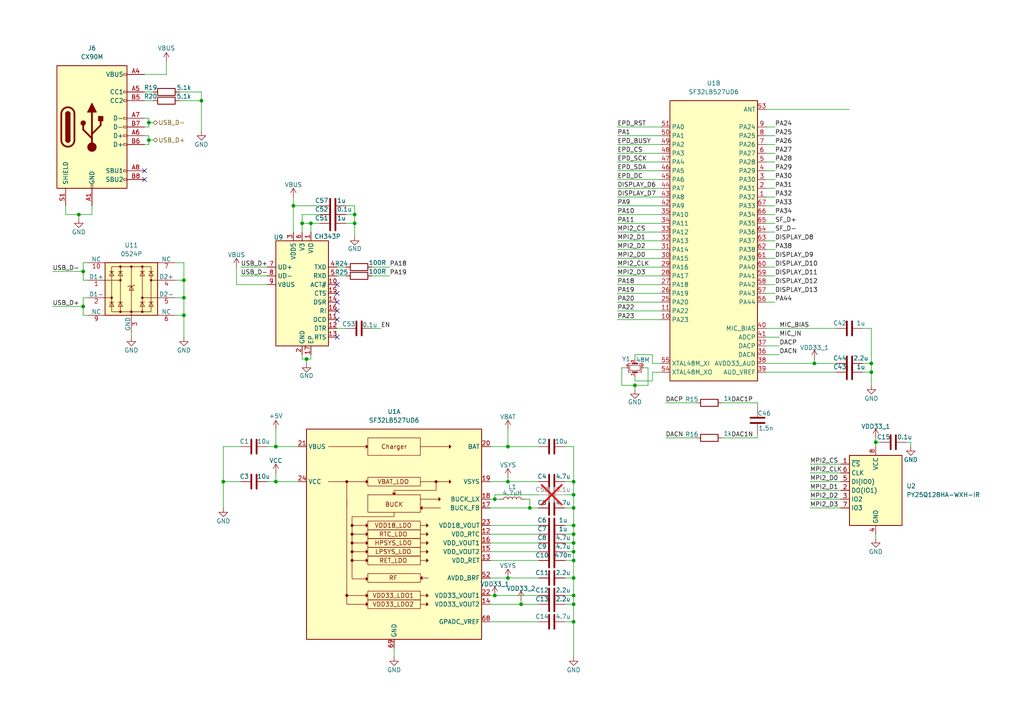
<source format=kicad_sch>
(kicad_sch (version 20250114) (generator "eeschema") (generator_version "9.0")
  (paper "A4")
  (junction (at 153.67 147.32))
  (junction (at 317.5 69.85))
  (junction (at 317.5 64.77))
  (junction (at 80.01 129.54))
  (junction (at 254 128.27))
  (junction (at 102.87 64.77))
  (junction (at 317.5 44.45))
  (junction (at 58.42 29.21))
  (junction (at 336.55 52.07))
  (junction (at 166.37 139.7))
  (junction (at 80.01 139.7))
  (junction (at 87.63 64.77))
  (junction (at 143.51 144.78))
  (junction (at 166.37 172.72))
  (junction (at 166.37 157.48))
  (junction (at 53.34 86.36))
  (junction (at 151.13 175.26))
  (junction (at 166.37 152.4))
  (junction (at 166.37 160.02))
  (junction (at 147.32 139.7))
  (junction (at 166.37 147.32))
  (junction (at 345.44 102.87))
  (junction (at 147.32 129.54))
  (junction (at 317.5 54.61))
  (junction (at 166.37 175.26))
  (junction (at 236.22 105.41))
  (junction (at 53.34 81.28))
  (junction (at 143.51 172.72))
  (junction (at 90.17 64.77))
  (junction (at 166.37 143.51))
  (junction (at 24.13 88.9))
  (junction (at 252.73 105.41))
  (junction (at 88.9 104.14))
  (junction (at 317.5 34.29))
  (junction (at 22.86 62.23))
  (junction (at 317.5 115.57))
  (junction (at 345.44 132.08))
  (junction (at 166.37 154.94))
  (junction (at 336.55 39.37))
  (junction (at 317.5 39.37))
  (junction (at 24.13 78.74))
  (junction (at 43.18 35.56))
  (junction (at 43.18 40.64))
  (junction (at 102.87 62.23))
  (junction (at 345.44 115.57))
  (junction (at 184.15 111.76))
  (junction (at 317.5 74.93))
  (junction (at 53.34 91.44))
  (junction (at 317.5 49.53))
  (junction (at 317.5 26.67))
  (junction (at 252.73 107.95))
  (junction (at 85.09 59.69))
  (junction (at 166.37 162.56))
  (junction (at 317.5 59.69))
  (junction (at 166.37 180.34))
  (junction (at 166.37 167.64))
  (junction (at 64.77 139.7))
  (junction (at 147.32 167.64))
  (no_connect (at 358.14 16.51))
  (no_connect (at 358.14 31.75))
  (no_connect (at 363.22 11.43))
  (no_connect (at 41.91 52.07))
  (no_connect (at 97.79 82.55))
  (no_connect (at 97.79 85.09))
  (no_connect (at 97.79 92.71))
  (no_connect (at 358.14 29.21))
  (no_connect (at 41.91 49.53))
  (no_connect (at 97.79 90.17))
  (no_connect (at 97.79 87.63))
  (no_connect (at 97.79 97.79))
  (wire (pts (xy 184.15 111.76) (xy 180.34 111.76)))
  (wire (pts (xy 347.98 46.99) (xy 358.14 46.99)))
  (wire (pts (xy 163.83 147.32) (xy 166.37 147.32)))
  (wire (pts (xy 24.13 78.74) (xy 24.13 81.28)))
  (wire (pts (xy 142.24 172.72) (xy 143.51 172.72)))
  (wire (pts (xy 187.96 106.68) (xy 187.96 111.76)))
  (wire (pts (xy 234.95 147.32) (xy 243.84 147.32)))
  (wire (pts (xy 163.83 129.54) (xy 166.37 129.54)))
  (wire (pts (xy 222.25 105.41) (xy 236.22 105.41)))
  (wire (pts (xy 347.98 39.37) (xy 358.14 39.37)))
  (wire (pts (xy 189.23 105.41) (xy 191.77 105.41)))
  (wire (pts (xy 64.77 139.7) (xy 69.85 139.7)))
  (wire (pts (xy 142.24 152.4) (xy 156.21 152.4)))
  (wire (pts (xy 58.42 29.21) (xy 58.42 38.1)))
  (wire (pts (xy 179.07 52.07) (xy 191.77 52.07)))
  (wire (pts (xy 68.58 77.47) (xy 68.58 82.55)))
  (wire (pts (xy 143.51 144.78) (xy 144.78 144.78)))
  (wire (pts (xy 358.14 64.77) (xy 332.74 64.77)))
  (wire (pts (xy 222.25 64.77) (xy 224.79 64.77)))
  (wire (pts (xy 345.44 113.03) (xy 345.44 115.57)))
  (wire (pts (xy 345.44 140.97) (xy 345.44 142.24)))
  (wire (pts (xy 80.01 137.16) (xy 80.01 139.7)))
  (wire (pts (xy 166.37 147.32) (xy 166.37 152.4)))
  (wire (pts (xy 179.07 62.23) (xy 191.77 62.23)))
  (wire (pts (xy 358.14 54.61) (xy 336.55 54.61)))
  (wire (pts (xy 24.13 86.36) (xy 25.4 86.36)))
  (wire (pts (xy 166.37 167.64) (xy 166.37 172.72)))
  (wire (pts (xy 151.13 175.26) (xy 156.21 175.26)))
  (wire (pts (xy 19.05 59.69) (xy 19.05 62.23)))
  (wire (pts (xy 224.79 54.61) (xy 222.25 54.61)))
  (wire (pts (xy 50.8 91.44) (xy 53.34 91.44)))
  (wire (pts (xy 87.63 104.14) (xy 88.9 104.14)))
  (wire (pts (xy 236.22 105.41) (xy 242.57 105.41)))
  (wire (pts (xy 358.14 72.39) (xy 328.93 72.39)))
  (wire (pts (xy 147.32 138.43) (xy 147.32 139.7)))
  (wire (pts (xy 48.26 17.78) (xy 48.26 21.59)))
  (wire (pts (xy 328.93 125.73) (xy 337.82 125.73)))
  (wire (pts (xy 222.25 95.25) (xy 242.57 95.25)))
  (wire (pts (xy 147.32 124.46) (xy 147.32 129.54)))
  (wire (pts (xy 317.5 111.76) (xy 317.5 115.57)))
  (wire (pts (xy 355.6 102.87) (xy 360.68 102.87)))
  (wire (pts (xy 87.63 102.87) (xy 87.63 104.14)))
  (wire (pts (xy 317.5 44.45) (xy 317.5 49.53)))
  (wire (pts (xy 102.87 59.69) (xy 102.87 62.23)))
  (wire (pts (xy 142.24 129.54) (xy 147.32 129.54)))
  (wire (pts (xy 317.5 21.59) (xy 317.5 26.67)))
  (wire (pts (xy 22.86 62.23) (xy 22.86 63.5)))
  (wire (pts (xy 166.37 160.02) (xy 166.37 162.56)))
  (wire (pts (xy 369.57 97.79) (xy 369.57 105.41)))
  (wire (pts (xy 330.2 69.85) (xy 330.2 64.77)))
  (wire (pts (xy 41.91 21.59) (xy 48.26 21.59)))
  (wire (pts (xy 142.24 162.56) (xy 156.21 162.56)))
  (wire (pts (xy 335.28 59.69) (xy 335.28 44.45)))
  (wire (pts (xy 345.44 132.08) (xy 345.44 133.35)))
  (wire (pts (xy 327.66 74.93) (xy 358.14 74.93)))
  (wire (pts (xy 19.05 62.23) (xy 22.86 62.23)))
  (wire (pts (xy 317.5 54.61) (xy 320.04 54.61)))
  (wire (pts (xy 163.83 175.26) (xy 166.37 175.26)))
  (wire (pts (xy 87.63 64.77) (xy 87.63 67.31)))
  (wire (pts (xy 347.98 49.53) (xy 358.14 49.53)))
  (wire (pts (xy 179.07 77.47) (xy 191.77 77.47)))
  (wire (pts (xy 179.07 72.39) (xy 191.77 72.39)))
  (wire (pts (xy 264.16 128.27) (xy 264.16 129.54)))
  (wire (pts (xy 15.24 88.9) (xy 24.13 88.9)))
  (wire (pts (xy 163.83 154.94) (xy 166.37 154.94)))
  (wire (pts (xy 184.15 102.87) (xy 189.23 102.87)))
  (wire (pts (xy 163.83 167.64) (xy 166.37 167.64)))
  (wire (pts (xy 317.5 34.29) (xy 317.5 39.37)))
  (wire (pts (xy 179.07 67.31) (xy 191.77 67.31)))
  (wire (pts (xy 163.83 160.02) (xy 166.37 160.02)))
  (wire (pts (xy 58.42 26.67) (xy 58.42 29.21)))
  (wire (pts (xy 334.01 49.53) (xy 327.66 49.53)))
  (wire (pts (xy 345.44 115.57) (xy 345.44 120.65)))
  (wire (pts (xy 38.1 96.52) (xy 38.1 97.79)))
  (wire (pts (xy 88.9 104.14) (xy 90.17 104.14)))
  (wire (pts (xy 142.24 154.94) (xy 156.21 154.94)))
  (wire (pts (xy 100.33 59.69) (xy 102.87 59.69)))
  (wire (pts (xy 179.07 57.15) (xy 191.77 57.15)))
  (wire (pts (xy 332.74 54.61) (xy 327.66 54.61)))
  (wire (pts (xy 262.89 128.27) (xy 264.16 128.27)))
  (wire (pts (xy 224.79 57.15) (xy 222.25 57.15)))
  (wire (pts (xy 43.18 35.56) (xy 44.45 35.56)))
  (wire (pts (xy 87.63 64.77) (xy 90.17 64.77)))
  (wire (pts (xy 224.79 85.09) (xy 222.25 85.09)))
  (wire (pts (xy 224.79 82.55) (xy 222.25 82.55)))
  (wire (pts (xy 317.5 115.57) (xy 322.58 115.57)))
  (wire (pts (xy 22.86 62.23) (xy 26.67 62.23)))
  (wire (pts (xy 184.15 111.76) (xy 184.15 113.03)))
  (wire (pts (xy 184.15 104.14) (xy 184.15 102.87)))
  (wire (pts (xy 179.07 82.55) (xy 191.77 82.55)))
  (wire (pts (xy 222.25 31.75) (xy 246.38 31.75)))
  (wire (pts (xy 358.14 69.85) (xy 330.2 69.85)))
  (wire (pts (xy 77.47 139.7) (xy 80.01 139.7)))
  (wire (pts (xy 86.36 139.7) (xy 80.01 139.7)))
  (wire (pts (xy 250.19 105.41) (xy 252.73 105.41)))
  (wire (pts (xy 345.44 115.57) (xy 347.98 115.57)))
  (wire (pts (xy 53.34 91.44) (xy 53.34 97.79)))
  (wire (pts (xy 250.19 95.25) (xy 252.73 95.25)))
  (wire (pts (xy 142.24 175.26) (xy 151.13 175.26)))
  (wire (pts (xy 328.93 24.13) (xy 328.93 21.59)))
  (wire (pts (xy 50.8 76.2) (xy 53.34 76.2)))
  (wire (pts (xy 234.95 137.16) (xy 243.84 137.16)))
  (wire (pts (xy 52.07 26.67) (xy 58.42 26.67)))
  (wire (pts (xy 317.5 127) (xy 317.5 142.24)))
  (wire (pts (xy 147.32 129.54) (xy 156.21 129.54)))
  (wire (pts (xy 179.07 49.53) (xy 191.77 49.53)))
  (wire (pts (xy 345.44 102.87) (xy 347.98 102.87)))
  (wire (pts (xy 358.14 59.69) (xy 335.28 59.69)))
  (wire (pts (xy 209.55 127) (xy 219.71 127)))
  (wire (pts (xy 69.85 129.54) (xy 64.77 129.54)))
  (wire (pts (xy 166.37 180.34) (xy 166.37 190.5)))
  (wire (pts (xy 143.51 172.72) (xy 156.21 172.72)))
  (wire (pts (xy 166.37 152.4) (xy 166.37 154.94)))
  (wire (pts (xy 184.15 110.49) (xy 184.15 109.22)))
  (wire (pts (xy 179.07 74.93) (xy 191.77 74.93)))
  (wire (pts (xy 347.98 41.91) (xy 358.14 41.91)))
  (wire (pts (xy 163.83 143.51) (xy 166.37 143.51)))
  (wire (pts (xy 254 128.27) (xy 254 129.54)))
  (wire (pts (xy 224.79 80.01) (xy 222.25 80.01)))
  (wire (pts (xy 317.5 64.77) (xy 317.5 69.85)))
  (wire (pts (xy 26.67 62.23) (xy 26.67 59.69)))
  (wire (pts (xy 88.9 104.14) (xy 88.9 105.41)))
  (wire (pts (xy 336.55 33.02) (xy 336.55 39.37)))
  (wire (pts (xy 219.71 125.73) (xy 219.71 127)))
  (wire (pts (xy 193.04 116.84) (xy 201.93 116.84)))
  (wire (pts (xy 317.5 26.67) (xy 320.04 26.67)))
  (wire (pts (xy 180.34 111.76) (xy 180.34 106.68)))
  (wire (pts (xy 224.79 52.07) (xy 222.25 52.07)))
  (wire (pts (xy 113.03 80.01) (xy 107.95 80.01)))
  (wire (pts (xy 189.23 102.87) (xy 189.23 105.41)))
  (wire (pts (xy 179.07 80.01) (xy 191.77 80.01)))
  (wire (pts (xy 222.25 100.33) (xy 226.06 100.33)))
  (wire (pts (xy 250.19 107.95) (xy 252.73 107.95)))
  (wire (pts (xy 43.18 39.37) (xy 43.18 40.64)))
  (wire (pts (xy 43.18 41.91) (xy 41.91 41.91)))
  (wire (pts (xy 317.5 59.69) (xy 317.5 64.77)))
  (wire (pts (xy 53.34 86.36) (xy 53.34 91.44)))
  (wire (pts (xy 224.79 49.53) (xy 222.25 49.53)))
  (wire (pts (xy 347.98 21.59) (xy 358.14 21.59)))
  (wire (pts (xy 25.4 91.44) (xy 24.13 91.44)))
  (wire (pts (xy 222.25 67.31) (xy 224.79 67.31)))
  (wire (pts (xy 156.21 143.51) (xy 143.51 143.51)))
  (wire (pts (xy 43.18 35.56) (xy 43.18 36.83)))
  (wire (pts (xy 179.07 54.61) (xy 191.77 54.61)))
  (wire (pts (xy 317.5 74.93) (xy 320.04 74.93)))
  (wire (pts (xy 347.98 44.45) (xy 358.14 44.45)))
  (wire (pts (xy 43.18 34.29) (xy 43.18 35.56)))
  (wire (pts (xy 358.14 24.13) (xy 328.93 24.13)))
  (wire (pts (xy 234.95 144.78) (xy 243.84 144.78)))
  (wire (pts (xy 179.07 85.09) (xy 191.77 85.09)))
  (wire (pts (xy 142.24 144.78) (xy 143.51 144.78)))
  (wire (pts (xy 347.98 36.83) (xy 358.14 36.83)))
  (wire (pts (xy 222.25 44.45) (xy 224.79 44.45)))
  (wire (pts (xy 355.6 115.57) (xy 360.68 115.57)))
  (wire (pts (xy 317.5 54.61) (xy 317.5 59.69)))
  (wire (pts (xy 85.09 59.69) (xy 85.09 67.31)))
  (wire (pts (xy 24.13 78.74) (xy 24.13 76.2)))
  (wire (pts (xy 113.03 77.47) (xy 107.95 77.47)))
  (wire (pts (xy 327.66 26.67) (xy 358.14 26.67)))
  (wire (pts (xy 147.32 167.64) (xy 142.24 167.64)))
  (wire (pts (xy 41.91 29.21) (xy 44.45 29.21)))
  (wire (pts (xy 25.4 81.28) (xy 24.13 81.28)))
  (wire (pts (xy 336.55 52.07) (xy 336.55 39.37)))
  (wire (pts (xy 222.25 107.95) (xy 242.57 107.95)))
  (wire (pts (xy 317.5 49.53) (xy 320.04 49.53)))
  (wire (pts (xy 179.07 36.83) (xy 191.77 36.83)))
  (wire (pts (xy 107.95 95.25) (xy 110.49 95.25)))
  (wire (pts (xy 327.66 44.45) (xy 335.28 44.45)))
  (wire (pts (xy 179.07 39.37) (xy 191.77 39.37)))
  (wire (pts (xy 166.37 139.7) (xy 166.37 143.51)))
  (wire (pts (xy 328.93 21.59) (xy 327.66 21.59)))
  (wire (pts (xy 41.91 39.37) (xy 43.18 39.37)))
  (wire (pts (xy 317.5 39.37) (xy 320.04 39.37)))
  (wire (pts (xy 317.5 69.85) (xy 320.04 69.85)))
  (wire (pts (xy 347.98 19.05) (xy 358.14 19.05)))
  (wire (pts (xy 69.85 77.47) (xy 77.47 77.47)))
  (wire (pts (xy 151.13 173.99) (xy 151.13 175.26)))
  (wire (pts (xy 147.32 167.64) (xy 156.21 167.64)))
  (wire (pts (xy 222.25 102.87) (xy 226.06 102.87)))
  (wire (pts (xy 90.17 104.14) (xy 90.17 102.87)))
  (wire (pts (xy 68.58 82.55) (xy 77.47 82.55)))
  (wire (pts (xy 50.8 81.28) (xy 53.34 81.28)))
  (wire (pts (xy 317.5 26.67) (xy 317.5 34.29)))
  (wire (pts (xy 328.93 125.73) (xy 328.93 133.35)))
  (wire (pts (xy 236.22 104.14) (xy 236.22 105.41)))
  (wire (pts (xy 153.67 147.32) (xy 156.21 147.32)))
  (wire (pts (xy 187.96 111.76) (xy 184.15 111.76)))
  (wire (pts (xy 189.23 110.49) (xy 184.15 110.49)))
  (wire (pts (xy 180.34 106.68) (xy 181.61 106.68)))
  (wire (pts (xy 24.13 88.9) (xy 24.13 86.36)))
  (wire (pts (xy 358.14 34.29) (xy 317.5 34.29)))
  (wire (pts (xy 345.44 97.79) (xy 347.98 97.79)))
  (wire (pts (xy 43.18 40.64) (xy 43.18 41.91)))
  (wire (pts (xy 143.51 143.51) (xy 143.51 144.78)))
  (wire (pts (xy 186.69 106.68) (xy 187.96 106.68)))
  (wire (pts (xy 224.79 62.23) (xy 222.25 62.23)))
  (wire (pts (xy 209.55 116.84) (xy 219.71 116.84)))
  (wire (pts (xy 345.44 132.08) (xy 346.71 132.08)))
  (wire (pts (xy 153.67 147.32) (xy 142.24 147.32)))
  (wire (pts (xy 100.33 62.23) (xy 102.87 62.23)))
  (wire (pts (xy 320.04 21.59) (xy 317.5 21.59)))
  (wire (pts (xy 50.8 86.36) (xy 53.34 86.36)))
  (wire (pts (xy 328.93 69.85) (xy 327.66 69.85)))
  (wire (pts (xy 41.91 34.29) (xy 43.18 34.29)))
  (wire (pts (xy 355.6 97.79) (xy 369.57 97.79)))
  (wire (pts (xy 43.18 40.64) (xy 44.45 40.64)))
  (wire (pts (xy 153.67 144.78) (xy 153.67 147.32)))
  (wire (pts (xy 224.79 77.47) (xy 222.25 77.47)))
  (wire (pts (xy 86.36 129.54) (xy 80.01 129.54)))
  (wire (pts (xy 193.04 127) (xy 201.93 127)))
  (wire (pts (xy 166.37 129.54) (xy 166.37 139.7)))
  (wire (pts (xy 358.14 62.23) (xy 334.01 62.23)))
  (wire (pts (xy 41.91 26.67) (xy 44.45 26.67)))
  (wire (pts (xy 189.23 107.95) (xy 189.23 110.49)))
  (wire (pts (xy 179.07 92.71) (xy 191.77 92.71)))
  (wire (pts (xy 222.25 87.63) (xy 224.79 87.63)))
  (wire (pts (xy 85.09 57.15) (xy 85.09 59.69)))
  (wire (pts (xy 163.83 162.56) (xy 166.37 162.56)))
  (wire (pts (xy 90.17 64.77) (xy 90.17 67.31)))
  (wire (pts (xy 252.73 107.95) (xy 252.73 111.76)))
  (wire (pts (xy 222.25 72.39) (xy 224.79 72.39)))
  (wire (pts (xy 336.55 39.37) (xy 327.66 39.37)))
  (wire (pts (xy 163.83 157.48) (xy 166.37 157.48)))
  (wire (pts (xy 317.5 69.85) (xy 317.5 74.93)))
  (wire (pts (xy 222.25 97.79) (xy 226.06 97.79)))
  (wire (pts (xy 345.44 130.81) (xy 345.44 132.08)))
  (wire (pts (xy 64.77 129.54) (xy 64.77 139.7)))
  (wire (pts (xy 163.83 172.72) (xy 166.37 172.72)))
  (wire (pts (xy 87.63 62.23) (xy 87.63 64.77)))
  (wire (pts (xy 345.44 105.41) (xy 345.44 102.87)))
  (wire (pts (xy 345.44 102.87) (xy 345.44 97.79)))
  (wire (pts (xy 347.98 57.15) (xy 347.98 80.01)))
  (wire (pts (xy 179.07 59.69) (xy 191.77 59.69)))
  (wire (pts (xy 317.5 49.53) (xy 317.5 54.61)))
  (wire (pts (xy 219.71 118.11) (xy 219.71 116.84)))
  (wire (pts (xy 334.01 62.23) (xy 334.01 49.53)))
  (wire (pts (xy 64.77 139.7) (xy 64.77 147.32)))
  (wire (pts (xy 53.34 81.28) (xy 53.34 86.36)))
  (wire (pts (xy 317.5 64.77) (xy 320.04 64.77)))
  (wire (pts (xy 317.5 74.93) (xy 317.5 80.01)))
  (wire (pts (xy 87.63 62.23) (xy 92.71 62.23)))
  (wire (pts (xy 358.14 57.15) (xy 347.98 57.15)))
  (wire (pts (xy 166.37 172.72) (xy 166.37 175.26)))
  (wire (pts (xy 77.47 129.54) (xy 80.01 129.54)))
  (wire (pts (xy 166.37 143.51) (xy 166.37 147.32)))
  (wire (pts (xy 224.79 74.93) (xy 222.25 74.93)))
  (wire (pts (xy 317.5 44.45) (xy 320.04 44.45)))
  (wire (pts (xy 100.33 77.47) (xy 97.79 77.47)))
  (wire (pts (xy 142.24 139.7) (xy 147.32 139.7)))
  (wire (pts (xy 100.33 80.01) (xy 97.79 80.01)))
  (wire (pts (xy 166.37 157.48) (xy 166.37 160.02)))
  (wire (pts (xy 328.93 72.39) (xy 328.93 69.85)))
  (wire (pts (xy 179.07 44.45) (xy 191.77 44.45)))
  (wire (pts (xy 330.2 64.77) (xy 327.66 64.77)))
  (wire (pts (xy 97.79 95.25) (xy 100.33 95.25)))
  (wire (pts (xy 254 128.27) (xy 255.27 128.27)))
  (wire (pts (xy 166.37 175.26) (xy 166.37 180.34)))
  (wire (pts (xy 142.24 180.34) (xy 156.21 180.34)))
  (wire (pts (xy 317.5 115.57) (xy 317.5 119.38)))
  (wire (pts (xy 336.55 52.07) (xy 358.14 52.07)))
  (wire (pts (xy 252.73 95.25) (xy 252.73 105.41)))
  (wire (pts (xy 147.32 139.7) (xy 156.21 139.7)))
  (wire (pts (xy 254 154.94) (xy 254 156.21)))
  (wire (pts (xy 336.55 54.61) (xy 336.55 52.07)))
  (wire (pts (xy 24.13 91.44) (xy 24.13 88.9)))
  (wire (pts (xy 317.5 39.37) (xy 317.5 44.45)))
  (wire (pts (xy 90.17 64.77) (xy 92.71 64.77)))
  (wire (pts (xy 254 127) (xy 254 128.27)))
  (wire (pts (xy 24.13 76.2) (xy 25.4 76.2)))
  (wire (pts (xy 179.07 87.63) (xy 191.77 87.63)))
  (wire (pts (xy 328.93 140.97) (xy 328.93 142.24)))
  (wire (pts (xy 102.87 62.23) (xy 102.87 64.77)))
  (wire (pts (xy 15.24 78.74) (xy 24.13 78.74)))
  (wire (pts (xy 222.25 46.99) (xy 224.79 46.99)))
  (wire (pts (xy 80.01 124.46) (xy 80.01 129.54)))
  (wire (pts (xy 222.25 36.83) (xy 224.79 36.83)))
  (wire (pts (xy 166.37 162.56) (xy 166.37 167.64)))
  (wire (pts (xy 92.71 59.69) (xy 85.09 59.69)))
  (wire (pts (xy 114.3 187.96) (xy 114.3 190.5)))
  (wire (pts (xy 179.07 90.17) (xy 191.77 90.17)))
  (wire (pts (xy 163.83 152.4) (xy 166.37 152.4)))
  (wire (pts (xy 331.47 59.69) (xy 327.66 59.69)))
  (wire (pts (xy 53.34 76.2) (xy 53.34 81.28)))
  (wire (pts (xy 142.24 160.02) (xy 156.21 160.02)))
  (wire (pts (xy 179.07 69.85) (xy 191.77 69.85)))
  (wire (pts (xy 179.07 64.77) (xy 191.77 64.77)))
  (wire (pts (xy 222.25 39.37) (xy 224.79 39.37)))
  (wire (pts (xy 69.85 80.01) (xy 77.47 80.01)))
  (wire (pts (xy 102.87 64.77) (xy 102.87 68.58)))
  (wire (pts (xy 234.95 134.62) (xy 243.84 134.62)))
  (wire (pts (xy 142.24 157.48) (xy 156.21 157.48)))
  (wire (pts (xy 43.18 36.83) (xy 41.91 36.83)))
  (wire (pts (xy 163.83 180.34) (xy 166.37 180.34)))
  (wire (pts (xy 234.95 142.24) (xy 243.84 142.24)))
  (wire (pts (xy 222.25 41.91) (xy 224.79 41.91)))
  (wire (pts (xy 224.79 69.85) (xy 222.25 69.85)))
  (wire (pts (xy 317.5 59.69) (xy 320.04 59.69)))
  (wire (pts (xy 163.83 139.7) (xy 166.37 139.7)))
  (wire (pts (xy 179.07 41.91) (xy 191.77 41.91)))
  (wire (pts (xy 332.74 64.77) (xy 332.74 54.61)))
  (wire (pts (xy 330.2 115.57) (xy 345.44 115.57)))
  (wire (pts (xy 152.4 144.78) (xy 153.67 144.78)))
  (wire (pts (xy 100.33 64.77) (xy 102.87 64.77)))
  (wire (pts (xy 331.47 67.31) (xy 331.47 59.69)))
  (wire (pts (xy 179.07 46.99) (xy 191.77 46.99)))
  (wire (pts (xy 224.79 59.69) (xy 222.25 59.69)))
  (wire (pts (xy 191.77 107.95) (xy 189.23 107.95)))
  (wire (pts (xy 52.07 29.21) (xy 58.42 29.21)))
  (wire (pts (xy 234.95 139.7) (xy 243.84 139.7)))
  (wire (pts (xy 252.73 105.41) (xy 252.73 107.95)))
  (wire (pts (xy 358.14 67.31) (xy 331.47 67.31)))
  (wire (pts (xy 166.37 154.94) (xy 166.37 157.48)))
  (label "EPD_BUSY" (at 179.07 41.91 0))
  (label "EPD_GDR" (at 328.93 125.73 0))
  (label "DACN" (at 226.06 102.87 0))
  (label "DACP" (at 193.04 116.84 0))
  (label "PA22" (at 179.07 90.17 0))
  (label "DISPLAY_D12" (at 224.79 82.55 0))
  (label "MPI2_D2" (at 234.95 144.78 0))
  (label "EPD_BUSY" (at 347.98 36.83 0))
  (label "EPD_DC" (at 179.07 52.07 0))
  (label "PREVGH" (at 360.68 115.57 0))
  (label "EPD_SCK" (at 347.98 46.99 0))
  (label "EPD_RESE" (at 347.98 21.59 0))
  (label "PA28" (at 224.79 46.99 0))
  (label "PA11" (at 179.07 64.77 0))
  (label "PA29" (at 224.79 49.53 0))
  (label "PA18" (at 113.03 77.47 0))
  (label "EN" (at 110.49 95.25 0))
  (label "MPI2_D2" (at 179.07 72.39 0))
  (label "PA31" (at 224.79 54.61 0))
  (label "EPD_RST" (at 347.98 39.37 0))
  (label "USB_D+" (at 69.85 77.47 0))
  (label "MIC_IN" (at 226.06 97.79 0))
  (label "DISPLAY_D6" (at 179.07 54.61 0))
  (label "PA32" (at 224.79 57.15 0))
  (label "PA1" (at 179.07 39.37 0))
  (label "MPI2_CLK" (at 234.95 137.16 0))
  (label "PREVGL" (at 360.68 102.87 0))
  (label "EPD_SDA" (at 347.98 49.53 0))
  (label "DACN" (at 193.04 127 0))
  (label "EPD_GDR" (at 347.98 19.05 0))
  (label "PA25" (at 224.79 39.37 0))
  (label "PA19" (at 113.03 80.01 0))
  (label "MPI2_D1" (at 179.07 69.85 0))
  (label "SF_D-" (at 224.79 67.31 0))
  (label "PREVGH" (at 350.52 67.31 0))
  (label "PA44" (at 224.79 87.63 0))
  (label "USB_D-" (at 69.85 80.01 0))
  (label "PA34" (at 224.79 62.23 0))
  (label "EPD_CS" (at 179.07 44.45 0))
  (label "EPD_CS" (at 347.98 44.45 0))
  (label "MPI2_D0" (at 234.95 139.7 0))
  (label "SF_D+" (at 224.79 64.77 0))
  (label "PA9" (at 179.07 59.69 0))
  (label "DAC1N" (at 212.09 127 0))
  (label "PA38" (at 224.79 72.39 0))
  (label "EPD_RESE" (at 346.71 132.08 0))
  (label "PA33" (at 224.79 59.69 0))
  (label "DAC1P" (at 212.09 116.84 0))
  (label "PA23" (at 179.07 92.71 0))
  (label "MIC_BIAS" (at 226.06 95.25 0))
  (label "USB_D+" (at 15.24 88.9 0))
  (label "MPI2_CLK" (at 179.07 77.47 0))
  (label "EPD_SCK" (at 179.07 46.99 0))
  (label "DISPLAY_D9" (at 224.79 74.93 0))
  (label "PA27" (at 224.79 44.45 0))
  (label "DISPLAY_D13" (at 224.79 85.09 0))
  (label "PA18" (at 179.07 82.55 0))
  (label "PREVGL" (at 350.52 72.39 0))
  (label "MPI2_D3" (at 234.95 147.32 0))
  (label "MPI2_CS" (at 234.95 134.62 0))
  (label "MPI2_CS" (at 179.07 67.31 0))
  (label "PA20" (at 179.07 87.63 0))
  (label "USB_D-" (at 15.24 78.74 0))
  (label "MPI2_D3" (at 179.07 80.01 0))
  (label "PA19" (at 179.07 85.09 0))
  (label "EPD_SDA" (at 179.07 49.53 0))
  (label "PA30" (at 224.79 52.07 0))
  (label "MPI2_D1" (at 234.95 142.24 0))
  (label "DACP" (at 226.06 100.33 0))
  (label "DISPLAY_D7" (at 179.07 57.15 0))
  (label "PA10" (at 179.07 62.23 0))
  (label "EPD_DC" (at 347.98 41.91 0))
  (label "EPD_RST" (at 179.07 36.83 0))
  (label "PA24" (at 224.79 36.83 0))
  (label "MPI2_D0" (at 179.07 74.93 0))
  (label "DISPLAY_D11" (at 224.79 80.01 0))
  (label "PA26" (at 224.79 41.91 0))
  (label "DISPLAY_D8" (at 224.79 69.85 0))
  (label "DISPLAY_D10" (at 224.79 77.47 0))
  (hierarchical_label "USB_D+" (shape bidirectional) (at 44.45 40.64 0))
  (hierarchical_label "USB_D-" (shape bidirectional) (at 44.45 35.56 0))
  (symbol (lib_id "power:GND") (at 58.42 38.1 0) (unit 1)
    (property "Reference" "#PWR062" (effects (hide yes)))
    (property "Value" "GND" (at 58.42 41.91 0))
    (property "Description" "Power symbol creates a global label with name \"GND\" , ground" (effects (hide yes)))
  )
  (symbol (lib_id "Device:R") (at 205.74 127 90) (unit 1)
    (property "Reference" "R16" (at 200.66 125.984 90))
    (property "Value" "1k" (at 211.074 125.73 90))
    (property "Footprint" "Resistor_SMD:R_0402_1005Metric" (effects (hide yes)))
    (property "Description" "Resistor" (effects (hide yes)))
  )
  (symbol (lib_id "Device:C") (at 246.38 105.41 90) (unit 1)
    (property "Reference" "C44" (at 243.586 103.886 90))
    (property "Value" "2.2u" (at 249.682 103.886 90))
    (property "Footprint" "Capacitor_SMD:C_0402_1005Metric" (effects (hide yes)))
    (property "Description" "Unpolarized capacitor" (effects (hide yes)))
    (property "耐压" "10V" (effects (hide yes)))
  )
  (symbol (lib_id "power:VBUS") (at 48.26 17.78 0) (unit 1)
    (property "Reference" "#PWR061" (effects (hide yes)))
    (property "Value" "VBUS" (at 48.26 13.97 0))
    (property "Description" "Power symbol creates a global label with name \"VBUS\"" (effects (hide yes)))
  )
  (symbol (lib_id "power:GND") (at 102.87 68.58 0) (unit 1)
    (property "Reference" "#PWR069" (effects (hide yes)))
    (property "Value" "GND" (at 102.87 72.136 0))
    (property "Description" "Power symbol creates a global label with name \"GND\" , ground" (effects (hide yes)))
  )
  (symbol (lib_id "Device:C") (at 317.5 123.19 0) (unit 1)
    (property "Reference" "C27" (at 313.69 120.65 0) (effects (justify left)))
    (property "Value" "10u" (at 313.69 125.73 0) (effects (justify left)))
    (property "Footprint" "Capacitor_SMD:C_0402_1005Metric" (effects (hide yes)))
  )
  (symbol (lib_id "Device:R") (at 345.44 137.16 0) (unit 1)
    (property "Reference" "R18" (at 347.98 135.89 0) (effects (justify left)))
    (property "Value" "0.47R" (at 347.98 138.43 0) (effects (justify left)))
    (property "Footprint" "Resistor_SMD:R_0402_1005Metric" (effects (hide yes)))
  )
  (symbol (lib_id "Device:C") (at 160.02 143.51 90) (unit 1) (dnp yes)
    (property "Reference" "C58" (at 157.226 141.986 90))
    (property "Value" "0.1u" (at 163.322 141.986 90))
    (property "Footprint" "Capacitor_SMD:C_0402_1005Metric" (effects (hide yes)))
    (property "Description" "Unpolarized capacitor" (effects (hide yes)))
    (property "耐压" "10V" (effects (hide yes)))
  )
  (symbol (lib_id "Power_Protection:TPD4EUSB30") (at 38.1 83.82 0) (unit 1)
    (property "Reference" "U11" (at 38.1 71.12 0))
    (property "Value" "0524P" (at 38.1 73.66 0))
    (property "Footprint" "Package_SON:USON-10_2.5x1.0mm_P0.5mm" (effects (hide yes)))
    (property "Datasheet" "http://www.ti.com/lit/ds/symlink/tpd2eusb30a.pdf" (effects (hide yes)))
    (property "Description" "4-Channel ESD Protection for Super-Speed USB 3.0 Interface, USON-10" (effects (hide yes)))
  )
  (symbol (lib_id "Device:C") (at 323.85 39.37 90) (unit 1)
    (property "Reference" "C24" (at 320.04 38.1 90))
    (property "Value" "1u" (at 326.39 38.1 90))
    (property "Footprint" "Capacitor_SMD:C_0402_1005Metric" (effects (hide yes)))
  )
  (symbol (lib_id "Device:C") (at 96.52 59.69 90) (unit 1)
    (property "Reference" "C57" (at 95.25 58.166 90) (effects (justify left)))
    (property "Value" "1u" (at 100.33 58.166 90) (effects (justify left)))
    (property "Footprint" "Capacitor_SMD:C_0402_1005Metric" (effects (hide yes)))
    (property "Description" "Unpolarized capacitor" (effects (hide yes)))
    (property "耐压" "25V" (effects (hide yes)))
  )
  (symbol (lib_id "power:GND") (at 317.5 80.01 0) (unit 1)
    (property "Reference" "#PWR038" (effects (hide yes)))
    (property "Value" "GND" (at 317.5 83.82 0))
  )
  (symbol (lib_id "power:VBUS") (at 85.09 57.15 0) (unit 1)
    (property "Reference" "#PWR070" (effects (hide yes)))
    (property "Value" "VBUS" (at 85.09 53.594 0))
    (property "Description" "Power symbol creates a global label with name \"VBUS\"" (effects (hide yes)))
  )
  (symbol (lib_id "Device:C") (at 160.02 154.94 90) (unit 1)
    (property "Reference" "C7" (at 157.226 153.416 90))
    (property "Value" "1u" (at 163.322 153.416 90))
    (property "Footprint" "Capacitor_SMD:C_0402_1005Metric" (effects (hide yes)))
    (property "Description" "Unpolarized capacitor" (effects (hide yes)))
    (property "耐压" "6.3V" (effects (hide yes)))
  )
  (symbol (lib_name "GND_1") (lib_id "power:GND") (at 114.3 190.5 0) (unit 1)
    (property "Reference" "#PWR014" (effects (hide yes)))
    (property "Value" "GND" (at 114.3 194.31 0))
    (property "Description" "Power symbol creates a global label with name \"GND\" , ground" (effects (hide yes)))
  )
  (symbol (lib_id "power:GND") (at 22.86 63.5 0) (unit 1)
    (property "Reference" "#PWR063" (effects (hide yes)))
    (property "Value" "GND" (at 22.86 67.31 0))
    (property "Description" "Power symbol creates a global label with name \"GND\" , ground" (effects (hide yes)))
  )
  (symbol (lib_id "Device:D") (at 351.79 102.87 0) (mirror x) (unit 1)
    (property "Reference" "D5" (at 347.98 101.6 0))
    (property "Value" "1N5819" (at 356.87 101.6 0))
    (property "Footprint" "Diode_SMD:D_SOD-323" (effects (hide yes)))
    (property "Sim.Device" "D" (effects (hide yes)))
    (property "Sim.Pins" "1=K 2=A" (effects (hide yes)))
  )
  (symbol (lib_id "power:VBUS") (at 68.58 77.47 0) (unit 1)
    (property "Reference" "#PWR071" (effects (hide yes)))
    (property "Value" "VBUS" (at 68.58 73.914 0))
    (property "Description" "Power symbol creates a global label with name \"VBUS\"" (effects (hide yes)))
  )
  (symbol (lib_id "Device:C") (at 160.02 152.4 90) (unit 1)
    (property "Reference" "C6" (at 157.226 150.876 90))
    (property "Value" "1u" (at 163.322 150.876 90))
    (property "Footprint" "Capacitor_SMD:C_0402_1005Metric" (effects (hide yes)))
    (property "Description" "Unpolarized capacitor" (effects (hide yes)))
    (property "耐压" "6.3V" (effects (hide yes)))
  )
  (symbol (lib_id "Device:C") (at 160.02 175.26 90) (unit 1)
    (property "Reference" "C13" (at 157.226 173.736 90))
    (property "Value" "2.2u" (at 163.322 173.736 90))
    (property "Footprint" "Capacitor_SMD:C_0402_1005Metric" (effects (hide yes)))
    (property "Description" "Unpolarized capacitor" (effects (hide yes)))
    (property "耐压" "10V" (effects (hide yes)))
  )
  (symbol (lib_id "Device:C") (at 160.02 172.72 90) (unit 1)
    (property "Reference" "C12" (at 157.226 171.196 90))
    (property "Value" "2.2u" (at 163.322 171.196 90))
    (property "Footprint" "Capacitor_SMD:C_0402_1005Metric" (effects (hide yes)))
    (property "Description" "Unpolarized capacitor" (effects (hide yes)))
    (property "耐压" "10V" (effects (hide yes)))
  )
  (symbol (lib_id "Device:C") (at 160.02 139.7 90) (unit 1)
    (property "Reference" "C4" (at 157.226 138.176 90))
    (property "Value" "4.7u" (at 163.322 138.176 90))
    (property "Footprint" "Capacitor_SMD:C_0402_1005Metric" (effects (hide yes)))
    (property "Description" "Unpolarized capacitor" (effects (hide yes)))
    (property "耐压" "6.3V" (effects (hide yes)))
  )
  (symbol (lib_name "GND_1") (lib_id "power:GND") (at 166.37 190.5 0) (unit 1)
    (property "Reference" "#PWR015" (effects (hide yes)))
    (property "Value" "GND" (at 166.37 194.31 0))
    (property "Description" "Power symbol creates a global label with name \"GND\" , ground" (effects (hide yes)))
  )
  (symbol (lib_id "Device:C") (at 246.38 107.95 90) (unit 1)
    (property "Reference" "C43" (at 243.586 106.426 90))
    (property "Value" "1u" (at 249.682 106.426 90))
    (property "Footprint" "Capacitor_SMD:C_0402_1005Metric" (effects (hide yes)))
    (property "Description" "Unpolarized capacitor" (effects (hide yes)))
    (property "耐压" "6.3V" (effects (hide yes)))
  )
  (symbol (lib_id "Device:C") (at 160.02 129.54 90) (unit 1)
    (property "Reference" "C2" (at 157.226 128.016 90))
    (property "Value" "10u" (at 162.814 128.016 90))
    (property "Footprint" "Capacitor_SMD:C_0402_1005Metric" (effects (hide yes)))
    (property "Description" "Unpolarized capacitor" (effects (hide yes)))
    (property "耐压" "10V" (effects (hide yes)))
  )
  (symbol (lib_name "GND_1") (lib_id "power:GND") (at 252.73 111.76 0) (unit 1)
    (property "Reference" "#PWR079" (effects (hide yes)))
    (property "Value" "GND" (at 252.73 115.57 0))
    (property "Description" "Power symbol creates a global label with name \"GND\" , ground" (effects (hide yes)))
  )
  (symbol (lib_id "USB2UART:CH343P") (at 87.63 85.09 0) (unit 1)
    (property "Reference" "U9" (at 80.772 68.834 0))
    (property "Value" "CH343P" (at 94.996 68.58 0))
    (property "Footprint" "Package_DFN_QFN:QFN-16-1EP_3x3mm_P0.5mm_EP1.7x1.7mm" (effects (hide yes)))
  )
  (symbol (lib_id "Device:D") (at 351.79 115.57 180) (unit 1)
    (property "Reference" "D6" (at 347.98 114.3 0))
    (property "Value" "1N5819" (at 356.87 114.3 0))
    (property "Footprint" "Diode_SMD:D_SOD-323" (effects (hide yes)))
    (property "Sim.Device" "D" (effects (hide yes)))
    (property "Sim.Pins" "1=K 2=A" (effects (hide yes)))
  )
  (symbol (lib_id "power:GND") (at 317.5 142.24 0) (unit 1)
    (property "Reference" "#PWR041" (effects (hide yes)))
    (property "Value" "GND" (at 317.5 146.05 0))
  )
  (symbol (lib_id "Device:C") (at 160.02 160.02 90) (unit 1)
    (property "Reference" "C9" (at 157.226 158.496 90))
    (property "Value" "4.7u" (at 163.322 158.496 90))
    (property "Footprint" "Capacitor_SMD:C_0402_1005Metric" (effects (hide yes)))
    (property "Description" "Unpolarized capacitor" (effects (hide yes)))
    (property "耐压" "6.3V" (effects (hide yes)))
  )
  (symbol (lib_id "Device:C") (at 323.85 21.59 90) (unit 1)
    (property "Reference" "C26" (at 320.04 20.32 90))
    (property "Value" "1u" (at 326.39 20.32 90))
    (property "Footprint" "Capacitor_SMD:C_0402_1005Metric" (effects (hide yes)))
  )
  (symbol (lib_id "power:GND") (at 328.93 142.24 0) (unit 1)
    (property "Reference" "#PWR042" (effects (hide yes)))
    (property "Value" "GND" (at 328.93 146.05 0))
  )
  (symbol (lib_id "Device:C") (at 73.66 129.54 90) (unit 1)
    (property "Reference" "C1" (at 70.866 128.016 90))
    (property "Value" "10u" (at 76.454 128.016 90))
    (property "Footprint" "Capacitor_SMD:C_0402_1005Metric" (effects (hide yes)))
    (property "Description" "Unpolarized capacitor" (effects (hide yes)))
    (property "耐压" "10V" (effects (hide yes)))
  )
  (symbol (lib_id "power:GND") (at 369.57 105.41 0) (unit 1)
    (property "Reference" "#PWR043" (effects (hide yes)))
    (property "Value" "GND" (at 369.57 109.22 0))
  )
  (symbol (lib_id "Device:R") (at 48.26 29.21 90) (unit 1)
    (property "Reference" "R20" (at 43.688 27.94 90))
    (property "Value" "5.1k" (at 53.34 27.94 90))
    (property "Footprint" "Resistor_SMD:R_0402_1005Metric" (effects (hide yes)))
    (property "Description" "Resistor" (effects (hide yes)))
  )
  (symbol (lib_id "Connector_Generic_MountingPin:Conn_01x24_MountingPin") (at 363.22 46.99 0) (mirror x) (unit 1)
    (property "Reference" "J2" (at 365.76 46.6344 0) (effects (justify left)))
    (property "Value" "24PFPC" (at 365.76 44.0944 0) (effects (justify left)))
    (property "Footprint" "Connector_FFC-FPC:Hirose_FH12-24S-0.5SH_1x24-1MP_P0.50mm_Horizontal" (effects (hide yes)))
  )
  (symbol (lib_id "Device:L") (at 148.59 144.78 90) (unit 1)
    (property "Reference" "L1" (at 148.59 141.224 90))
    (property "Value" "4.7uH" (at 148.59 143.002 90))
    (property "Footprint" "Inductor_SMD:L_Murata_DFE201610P" (effects (hide yes)))
    (property "Description" "Inductor" (effects (hide yes)))
  )
  (symbol (lib_id "Device:C") (at 73.66 139.7 90) (unit 1)
    (property "Reference" "C3" (at 70.866 138.176 90))
    (property "Value" "10u" (at 76.454 138.176 90))
    (property "Footprint" "Capacitor_SMD:C_0402_1005Metric" (effects (hide yes)))
    (property "Description" "Unpolarized capacitor" (effects (hide yes)))
    (property "耐压" "10V" (effects (hide yes)))
  )
  (symbol (lib_id "Device:R") (at 104.14 80.01 90) (unit 1)
    (property "Reference" "R25" (at 99.06 78.994 90))
    (property "Value" "100R" (at 109.474 78.74 90))
    (property "Footprint" "Resistor_SMD:R_0402_1005Metric" (effects (hide yes)))
    (property "Description" "Resistor" (effects (hide yes)))
  )
  (symbol (lib_name "GND_1") (lib_id "power:GND") (at 254 156.21 0) (unit 1)
    (property "Reference" "#PWR017" (effects (hide yes)))
    (property "Value" "GND" (at 254 160.02 0))
    (property "Description" "Power symbol creates a global label with name \"GND\" , ground" (effects (hide yes)))
  )
  (symbol (lib_name "GND_1") (lib_id "power:GND") (at 64.77 147.32 0) (unit 1)
    (property "Reference" "#PWR010" (effects (hide yes)))
    (property "Value" "GND" (at 64.77 151.13 0))
    (property "Description" "Power symbol creates a global label with name \"GND\" , ground" (effects (hide yes)))
  )
  (symbol (lib_id "Device:C") (at 323.85 49.53 90) (unit 1)
    (property "Reference" "C22" (at 320.04 48.26 90))
    (property "Value" "1u" (at 326.39 48.26 90))
    (property "Footprint" "Capacitor_SMD:C_0402_1005Metric" (effects (hide yes)))
  )
  (symbol (lib_id "power:VD") (at 336.55 33.02 0) (unit 1)
    (property "Reference" "#PWR021" (effects (hide yes)))
    (property "Value" "VDD33_2" (at 336.55 29.718 0))
    (property "Description" "Power symbol creates a global label with name \"VD\"" (effects (hide yes)))
  )
  (symbol (lib_id "Device:C") (at 323.85 69.85 90) (unit 1)
    (property "Reference" "C18" (at 320.04 68.58 90))
    (property "Value" "1u" (at 326.39 68.58 90))
    (property "Footprint" "Capacitor_SMD:C_0402_1005Metric" (effects (hide yes)))
  )
  (symbol (lib_id "power:GND") (at 345.44 142.24 0) (unit 1)
    (property "Reference" "#PWR040" (effects (hide yes)))
    (property "Value" "GND" (at 345.44 146.05 0))
  )
  (symbol (lib_id "power:+VSW") (at 147.32 167.64 0) (unit 1)
    (property "Reference" "#PWR011" (effects (hide yes)))
    (property "Value" "VSYS" (at 147.32 164.084 0))
    (property "Description" "Power symbol creates a global label with name \"+VSW\"" (effects (hide yes)))
  )
  (symbol (lib_id "Device:C") (at 96.52 64.77 90) (unit 1)
    (property "Reference" "C51" (at 95.25 63.246 90) (effects (justify left)))
    (property "Value" "1u" (at 100.33 63.246 90) (effects (justify left)))
    (property "Footprint" "Capacitor_SMD:C_0402_1005Metric" (effects (hide yes)))
    (property "Description" "Unpolarized capacitor" (effects (hide yes)))
    (property "耐压" "25V" (effects (hide yes)))
  )
  (symbol (lib_id "Device:L") (at 326.39 115.57 90) (unit 1)
    (property "Reference" "L3" (at 322.58 114.3 90))
    (property "Value" "68u" (at 331.47 114.3 90))
    (property "Footprint" "Inductor_SMD:L_Sunlord_SWPA3015S" (effects (hide yes)))
  )
  (symbol (lib_id "Device:R") (at 48.26 26.67 90) (unit 1)
    (property "Reference" "R19" (at 43.688 25.4 90))
    (property "Value" "5.1k" (at 53.34 25.4 90))
    (property "Footprint" "Resistor_SMD:R_0402_1005Metric" (effects (hide yes)))
    (property "Description" "Resistor" (effects (hide yes)))
  )
  (symbol (lib_id "Device:C") (at 323.85 64.77 90) (unit 1)
    (property "Reference" "C19" (at 320.04 63.5 90))
    (property "Value" "1u" (at 326.39 63.5 90))
    (property "Footprint" "Capacitor_SMD:C_0402_1005Metric" (effects (hide yes)))
  )
  (symbol (lib_id "Device:C") (at 160.02 180.34 90) (unit 1)
    (property "Reference" "C14" (at 157.226 178.816 90))
    (property "Value" "4.7u" (at 163.322 178.816 90))
    (property "Footprint" "Capacitor_SMD:C_0402_1005Metric" (effects (hide yes)))
    (property "Description" "Unpolarized capacitor" (effects (hide yes)))
    (property "耐压" "6.3V" (effects (hide yes)))
  )
  (symbol (lib_id "power:VD") (at 254 127 0) (unit 1)
    (property "Reference" "#PWR013" (effects (hide yes)))
    (property "Value" "VDD33_1" (at 254 123.698 0))
    (property "Description" "Power symbol creates a global label with name \"VD\"" (effects (hide yes)))
  )
  (symbol (lib_id "Device:C") (at 323.85 26.67 90) (unit 1)
    (property "Reference" "C25" (at 320.04 25.4 90))
    (property "Value" "1u" (at 326.39 25.4 90))
    (property "Footprint" "Capacitor_SMD:C_0402_1005Metric" (effects (hide yes)))
  )
  (symbol (lib_id "Device:C") (at 323.85 74.93 90) (unit 1)
    (property "Reference" "C17" (at 320.04 73.66 90))
    (property "Value" "1u" (at 326.39 73.66 90))
    (property "Footprint" "Capacitor_SMD:C_0402_1005Metric" (effects (hide yes)))
  )
  (symbol (lib_id "Memory_Flash:W25Q128JVP") (at 254 142.24 0) (unit 1)
    (property "Reference" "U2" (at 262.89 140.9699 0) (effects (justify left)))
    (property "Value" "PY25Q128HA-WXH-IR" (at 262.89 143.5099 0) (effects (justify left)))
    (property "Footprint" "Package_SON:WSON-8-1EP_6x5mm_P1.27mm_EP3.4x4.3mm" (effects (hide yes)))
    (property "Datasheet" "https://www.winbond.com/resource-files/w25q128jv_dtr%20revc%2003272018%20plus.pdf" (effects (hide yes)))
    (property "Description" "128Mb Serial Flash Memory, Standard/Dual/Quad SPI, WSON-8" (effects (hide yes)))
  )
  (symbol (lib_id "Device:R") (at 328.93 137.16 0) (unit 1)
    (property "Reference" "R17" (at 330.2 135.89 0) (effects (justify left)))
    (property "Value" "100k" (at 330.2 138.43 0) (effects (justify left)))
    (property "Footprint" "Resistor_SMD:R_0402_1005Metric" (effects (hide yes)))
  )
  (symbol (lib_id "Device:C") (at 246.38 95.25 90) (unit 1)
    (property "Reference" "C42" (at 243.586 93.726 90))
    (property "Value" "1u" (at 249.682 93.726 90))
    (property "Footprint" "Capacitor_SMD:C_0402_1005Metric" (effects (hide yes)))
    (property "Description" "Unpolarized capacitor" (effects (hide yes)))
    (property "耐压" "6.3V" (effects (hide yes)))
  )
  (symbol (lib_id "power:VD") (at 151.13 173.99 0) (unit 1)
    (property "Reference" "#PWR018" (effects (hide yes)))
    (property "Value" "VDD33_2" (at 151.13 170.688 0))
    (property "Description" "Power symbol creates a global label with name \"VD\"" (effects (hide yes)))
  )
  (symbol (lib_id "Device:R") (at 205.74 116.84 90) (unit 1)
    (property "Reference" "R15" (at 200.66 115.824 90))
    (property "Value" "1k" (at 211.074 115.57 90))
    (property "Footprint" "Resistor_SMD:R_0402_1005Metric" (effects (hide yes)))
    (property "Description" "Resistor" (effects (hide yes)))
  )
  (symbol (lib_id "power:GND") (at 184.15 113.03 0) (unit 1)
    (property "Reference" "#PWR020" (effects (hide yes)))
    (property "Value" "GND" (at 184.15 116.586 0))
    (property "Description" "Power symbol creates a global label with name \"GND\" , ground" (effects (hide yes)))
  )
  (symbol (lib_id "My Power:VBAT") (at 147.32 124.46 0) (unit 1) (in_bom no) (on_board no)
    (property "Reference" "#PWR07" (effects (hide yes)))
    (property "Value" "VBAT" (at 147.32 120.904 0))
  )
  (symbol (lib_id "Device:Crystal_GND24_Small") (at 184.15 106.68 90) (unit 1)
    (property "Reference" "Y1" (at 181.61 104.14 90))
    (property "Value" "48M" (at 186.436 104.394 90))
    (property "Footprint" "Crystal:Crystal_SMD_2016-4Pin_2.0x1.6mm" (effects (hide yes)))
    (property "Description" "Four pin crystal, GND on pins 2 and 4, small symbol" (effects (hide yes)))
  )
  (symbol (lib_id "power:VD") (at 236.22 104.14 0) (unit 1)
    (property "Reference" "#PWR053" (effects (hide yes)))
    (property "Value" "VDD33_1" (at 236.22 100.838 0))
    (property "Description" "Power symbol creates a global label with name \"VD\"" (effects (hide yes)))
  )
  (symbol (lib_id "Device:C") (at 323.85 59.69 90) (unit 1)
    (property "Reference" "C20" (at 320.04 58.42 90))
    (property "Value" "1u" (at 326.39 58.42 90))
    (property "Footprint" "Capacitor_SMD:C_0402_1005Metric" (effects (hide yes)))
  )
  (symbol (lib_id "Device:C") (at 323.85 44.45 90) (unit 1)
    (property "Reference" "C23" (at 320.04 43.18 90))
    (property "Value" "1u" (at 326.39 43.18 90))
    (property "Footprint" "Capacitor_SMD:C_0402_1005Metric" (effects (hide yes)))
  )
  (symbol (lib_name "+5V_1") (lib_id "power:+5V") (at 80.01 124.46 0) (unit 1)
    (property "Reference" "#PWR06" (effects (hide yes)))
    (property "Value" "+5V" (at 80.01 120.65 0))
    (property "Description" "Power symbol creates a global label with name \"+5V\"" (effects (hide yes)))
  )
  (symbol (lib_name "SF32LB52xUx_1") (lib_id "MCU_SIFLI:SF32LB52xUx") (at 114.3 154.94 0) (unit 1)
    (property "Reference" "U1" (at 114.3 119.38 0))
    (property "Value" "SF32LB527UD6" (at 114.3 121.92 0))
    (property "Footprint" "Package_DFN_QFN:ArtInChip_QFN-68-1EP_7x7mm_P0.35mm_EP5.49x5.49mm" (effects (hide yes)))
    (property "Description" "SiFli MCU, STAR-MC1 core, 512k SRAM, bnuilt-in li-on battery charger, -40~105" (effects (hide yes)))
  )
  (symbol (lib_name "GND_1") (lib_id "power:GND") (at 264.16 129.54 0) (unit 1)
    (property "Reference" "#PWR016" (effects (hide yes)))
    (property "Value" "GND" (at 264.16 133.35 0))
    (property "Description" "Power symbol creates a global label with name \"GND\" , ground" (effects (hide yes)))
  )
  (symbol (lib_id "power:GND") (at 53.34 97.79 0) (unit 1)
    (property "Reference" "#PWR088" (effects (hide yes)))
    (property "Value" "GND" (at 53.34 101.6 0))
    (property "Description" "Power symbol creates a global label with name \"GND\" , ground" (effects (hide yes)))
  )
  (symbol (lib_id "Device:C") (at 259.08 128.27 90) (unit 1)
    (property "Reference" "C15" (at 256.286 126.746 90))
    (property "Value" "0.1u" (at 262.382 126.746 90))
    (property "Footprint" "Capacitor_SMD:C_0402_1005Metric" (effects (hide yes)))
    (property "Description" "Unpolarized capacitor" (effects (hide yes)))
    (property "耐压" "6.3V" (effects (hide yes)))
  )
  (symbol (lib_id "Device:C") (at 219.71 121.92 0) (unit 1)
    (property "Reference" "C46" (at 219.71 119.888 0) (effects (justify left)))
    (property "Value" "1.5n" (at 219.964 124.206 0) (effects (justify left)))
    (property "Footprint" "Capacitor_SMD:C_0402_1005Metric" (effects (hide yes)))
    (property "Description" "Unpolarized capacitor" (effects (hide yes)))
    (property "耐压" "25V" (effects (hide yes)))
  )
  (symbol (lib_name "VCC_1") (lib_id "power:VCC") (at 80.01 137.16 0) (unit 1)
    (property "Reference" "#PWR08" (effects (hide yes)))
    (property "Value" "VCC" (at 80.01 133.604 0))
    (property "Description" "Power symbol creates a global label with name \"VCC\"" (effects (hide yes)))
  )
  (symbol (lib_id "power:+VSW") (at 147.32 138.43 0) (unit 1)
    (property "Reference" "#PWR09" (effects (hide yes)))
    (property "Value" "VSYS" (at 147.32 134.874 0))
    (property "Description" "Power symbol creates a global label with name \"+VSW\"" (effects (hide yes)))
  )
  (symbol (lib_id "Device:C") (at 345.44 109.22 0) (unit 1)
    (property "Reference" "C28" (at 341.63 106.68 0) (effects (justify left)))
    (property "Value" "0.1u" (at 340.36 111.76 0) (effects (justify left)))
    (property "Footprint" "Capacitor_SMD:C_0402_1005Metric" (effects (hide yes)))
  )
  (symbol (lib_id "MCU_SIFLI:SF32LB52xUx") (at 207.01 69.85 0) (unit 2)
    (property "Reference" "U1" (at 207.01 24.13 0))
    (property "Value" "SF32LB527UD6" (at 207.01 26.67 0))
    (property "Footprint" "Package_DFN_QFN:ArtInChip_QFN-68-1EP_7x7mm_P0.35mm_EP5.49x5.49mm" (effects (hide yes)))
    (property "Description" "SiFli MCU, STAR-MC1 core, 512k SRAM, bnuilt-in li-on battery charger, -40~105" (effects (hide yes)))
  )
  (symbol (lib_id "Transistor_FET:AO3400A") (at 342.9 125.73 0) (unit 1)
    (property "Reference" "Q1" (at 349.25 124.46 0) (effects (justify left)))
    (property "Value" "AO3400A" (at 349.25 127 0) (effects (justify left)))
    (property "Footprint" "Package_TO_SOT_SMD:SOT-23" (effects (hide yes)))
    (property "Datasheet" "http://www.aosmd.com/pdfs/datasheet/AO3400A.pdf" (effects (hide yes)))
  )
  (symbol (lib_id "Device:C") (at 323.85 54.61 90) (unit 1)
    (property "Reference" "C21" (at 320.04 53.34 90))
    (property "Value" "1u" (at 326.39 53.34 90))
    (property "Footprint" "Capacitor_SMD:C_0402_1005Metric" (effects (hide yes)))
  )
  (symbol (lib_id "Device:C") (at 160.02 157.48 90) (unit 1)
    (property "Reference" "C8" (at 157.226 155.956 90))
    (property "Value" "4.7u" (at 163.322 155.956 90))
    (property "Footprint" "Capacitor_SMD:C_0402_1005Metric" (effects (hide yes)))
    (property "Description" "Unpolarized capacitor" (effects (hide yes)))
    (property "耐压" "6.3V" (effects (hide yes)))
  )
  (symbol (lib_id "power:GND") (at 88.9 105.41 0) (unit 1)
    (property "Reference" "#PWR081" (effects (hide yes)))
    (property "Value" "GND" (at 88.9 108.966 0))
    (property "Description" "Power symbol creates a global label with name \"GND\" , ground" (effects (hide yes)))
  )
  (symbol (lib_id "Device:D") (at 351.79 97.79 180) (unit 1)
    (property "Reference" "D7" (at 347.98 96.52 0))
    (property "Value" "1N5819" (at 356.87 96.52 0))
    (property "Footprint" "Diode_SMD:D_SOD-323" (effects (hide yes)))
    (property "Sim.Device" "D" (effects (hide yes)))
    (property "Sim.Pins" "1=K 2=A" (effects (hide yes)))
  )
  (symbol (lib_id "Device:R") (at 104.14 77.47 90) (unit 1)
    (property "Reference" "R24" (at 99.06 76.454 90))
    (property "Value" "100R" (at 109.474 76.2 90))
    (property "Footprint" "Resistor_SMD:R_0402_1005Metric" (effects (hide yes)))
    (property "Description" "Resistor" (effects (hide yes)))
  )
  (symbol (lib_id "Connector:USB_C_Receptacle_USB2.0") (at 26.67 36.83 0) (unit 1)
    (property "Reference" "J6" (at 26.67 13.97 0))
    (property "Value" "CX90M" (at 26.67 16.51 0))
    (property "Footprint" "My USB Connector:USB-C-SMD_CX90M-16P" (effects (hide yes)))
    (property "Datasheet" "https://www.usb.org/sites/default/files/documents/usb_type-c.zip" (effects (hide yes)))
    (property "Description" "USB 2.0-only Type-C Receptacle connector" (effects (hide yes)))
  )
  (symbol (lib_id "Device:C") (at 96.52 62.23 90) (unit 1)
    (property "Reference" "C52" (at 95.25 60.706 90) (effects (justify left)))
    (property "Value" "0.1u" (at 102.108 60.706 90) (effects (justify left)))
    (property "Footprint" "Capacitor_SMD:C_0402_1005Metric" (effects (hide yes)))
    (property "Description" "Unpolarized capacitor" (effects (hide yes)))
    (property "耐压" "25V" (effects (hide yes)))
  )
  (symbol (lib_id "power:VD") (at 143.51 172.72 0) (unit 1)
    (property "Reference" "#PWR012" (effects (hide yes)))
    (property "Value" "VDD33_1" (at 143.51 169.418 0))
    (property "Description" "Power symbol creates a global label with name \"VD\"" (effects (hide yes)))
  )
  (symbol (lib_id "power:GND") (at 347.98 80.01 0) (unit 1)
    (property "Reference" "#PWR036" (effects (hide yes)))
    (property "Value" "GND" (at 347.98 83.82 0))
  )
  (symbol (lib_id "Device:C") (at 104.14 95.25 90) (unit 1)
    (property "Reference" "C53" (at 103.124 93.98 90) (effects (justify left)))
    (property "Value" "0.1u" (at 109.474 94.234 90) (effects (justify left)))
    (property "Footprint" "Capacitor_SMD:C_0402_1005Metric" (effects (hide yes)))
    (property "Description" "Unpolarized capacitor" (effects (hide yes)))
    (property "耐压" "25V" (effects (hide yes)))
  )
  (symbol (lib_id "Device:C") (at 160.02 147.32 90) (unit 1)
    (property "Reference" "C5" (at 157.226 145.796 90))
    (property "Value" "4.7u" (at 163.322 145.796 90))
    (property "Footprint" "Capacitor_SMD:C_0402_1005Metric" (effects (hide yes)))
    (property "Description" "Unpolarized capacitor" (effects (hide yes)))
    (property "耐压" "10V" (effects (hide yes)))
  )
  (symbol (lib_id "power:GND") (at 38.1 97.79 0) (unit 1)
    (property "Reference" "#PWR087" (effects (hide yes)))
    (property "Value" "GND" (at 38.1 101.6 0))
    (property "Description" "Power symbol creates a global label with name \"GND\" , ground" (effects (hide yes)))
  )
  (symbol (lib_id "power:VD") (at 317.5 111.76 0) (unit 1)
    (property "Reference" "#PWR019" (effects (hide yes)))
    (property "Value" "VDD33_2" (at 317.5 108.458 0))
    (property "Description" "Power symbol creates a global label with name \"VD\"" (effects (hide yes)))
  )
  (symbol (lib_id "Device:C") (at 160.02 167.64 90) (unit 1)
    (property "Reference" "C11" (at 157.226 166.116 90))
    (property "Value" "2.2u" (at 163.322 166.116 90))
    (property "Footprint" "Capacitor_SMD:C_0402_1005Metric" (effects (hide yes)))
    (property "Description" "Unpolarized capacitor" (effects (hide yes)))
    (property "耐压" "10V" (effects (hide yes)))
  )
  (symbol (lib_id "Device:C") (at 160.02 162.56 90) (unit 1)
    (property "Reference" "C10" (at 157.226 161.036 90))
    (property "Value" "470n" (at 163.322 161.036 90))
    (property "Footprint" "Capacitor_SMD:C_0402_1005Metric" (effects (hide yes)))
    (property "Description" "Unpolarized capacitor" (effects (hide yes)))
    (property "耐压" "6.3V" (effects (hide yes)))
  )
)
</source>
